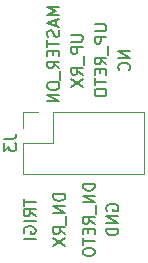
<source format=gbo>
%TF.GenerationSoftware,KiCad,Pcbnew,5.1.7-a382d34a8~88~ubuntu18.04.1*%
%TF.CreationDate,2021-10-30T16:32:31+02:00*%
%TF.ProjectId,main_pcb_adapter,6d61696e-5f70-4636-925f-616461707465,rev?*%
%TF.SameCoordinates,PX5f5e100PY6b49d20*%
%TF.FileFunction,Legend,Bot*%
%TF.FilePolarity,Positive*%
%FSLAX46Y46*%
G04 Gerber Fmt 4.6, Leading zero omitted, Abs format (unit mm)*
G04 Created by KiCad (PCBNEW 5.1.7-a382d34a8~88~ubuntu18.04.1) date 2021-10-30 16:32:31*
%MOMM*%
%LPD*%
G01*
G04 APERTURE LIST*
%ADD10C,0.150000*%
%ADD11C,0.120000*%
G04 APERTURE END LIST*
D10*
X3952380Y7785715D02*
X2952380Y7785715D01*
X3952380Y7214286D01*
X2952380Y7214286D01*
X3857142Y6166667D02*
X3904761Y6214286D01*
X3952380Y6357143D01*
X3952380Y6452381D01*
X3904761Y6595239D01*
X3809523Y6690477D01*
X3714285Y6738096D01*
X3523809Y6785715D01*
X3380952Y6785715D01*
X3190476Y6738096D01*
X3095238Y6690477D01*
X3000000Y6595239D01*
X2952380Y6452381D01*
X2952380Y6357143D01*
X3000000Y6214286D01*
X3047619Y6166667D01*
X952380Y10023810D02*
X1761904Y10023810D01*
X1857142Y9976191D01*
X1904761Y9928572D01*
X1952380Y9833334D01*
X1952380Y9642858D01*
X1904761Y9547620D01*
X1857142Y9500000D01*
X1761904Y9452381D01*
X952380Y9452381D01*
X1952380Y8976191D02*
X952380Y8976191D01*
X952380Y8595239D01*
X1000000Y8500000D01*
X1047619Y8452381D01*
X1142857Y8404762D01*
X1285714Y8404762D01*
X1380952Y8452381D01*
X1428571Y8500000D01*
X1476190Y8595239D01*
X1476190Y8976191D01*
X2047619Y8214286D02*
X2047619Y7452381D01*
X1952380Y6642858D02*
X1476190Y6976191D01*
X1952380Y7214286D02*
X952380Y7214286D01*
X952380Y6833334D01*
X1000000Y6738096D01*
X1047619Y6690477D01*
X1142857Y6642858D01*
X1285714Y6642858D01*
X1380952Y6690477D01*
X1428571Y6738096D01*
X1476190Y6833334D01*
X1476190Y7214286D01*
X1428571Y6214286D02*
X1428571Y5880953D01*
X1952380Y5738096D02*
X1952380Y6214286D01*
X952380Y6214286D01*
X952380Y5738096D01*
X952380Y5452381D02*
X952380Y4880953D01*
X1952380Y5166667D02*
X952380Y5166667D01*
X952380Y4357143D02*
X952380Y4166667D01*
X1000000Y4071429D01*
X1095238Y3976191D01*
X1285714Y3928572D01*
X1619047Y3928572D01*
X1809523Y3976191D01*
X1904761Y4071429D01*
X1952380Y4166667D01*
X1952380Y4357143D01*
X1904761Y4452381D01*
X1809523Y4547620D01*
X1619047Y4595239D01*
X1285714Y4595239D01*
X1095238Y4547620D01*
X1000000Y4452381D01*
X952380Y4357143D01*
X-1047620Y9142858D02*
X-238096Y9142858D01*
X-142858Y9095239D01*
X-95239Y9047620D01*
X-47620Y8952381D01*
X-47620Y8761905D01*
X-95239Y8666667D01*
X-142858Y8619048D01*
X-238096Y8571429D01*
X-1047620Y8571429D01*
X-47620Y8095239D02*
X-1047620Y8095239D01*
X-1047620Y7714286D01*
X-1000000Y7619048D01*
X-952381Y7571429D01*
X-857143Y7523810D01*
X-714286Y7523810D01*
X-619048Y7571429D01*
X-571429Y7619048D01*
X-523810Y7714286D01*
X-523810Y8095239D01*
X47619Y7333334D02*
X47619Y6571429D01*
X-47620Y5761905D02*
X-523810Y6095239D01*
X-47620Y6333334D02*
X-1047620Y6333334D01*
X-1047620Y5952381D01*
X-1000000Y5857143D01*
X-952381Y5809524D01*
X-857143Y5761905D01*
X-714286Y5761905D01*
X-619048Y5809524D01*
X-571429Y5857143D01*
X-523810Y5952381D01*
X-523810Y6333334D01*
X-1047620Y5428572D02*
X-47620Y4761905D01*
X-1047620Y4761905D02*
X-47620Y5428572D01*
X-2047620Y11500000D02*
X-3047620Y11500000D01*
X-2333334Y11166667D01*
X-3047620Y10833334D01*
X-2047620Y10833334D01*
X-2333334Y10404762D02*
X-2333334Y9928572D01*
X-2047620Y10500000D02*
X-3047620Y10166667D01*
X-2047620Y9833334D01*
X-2095239Y9547620D02*
X-2047620Y9404762D01*
X-2047620Y9166667D01*
X-2095239Y9071429D01*
X-2142858Y9023810D01*
X-2238096Y8976191D01*
X-2333334Y8976191D01*
X-2428572Y9023810D01*
X-2476191Y9071429D01*
X-2523810Y9166667D01*
X-2571429Y9357143D01*
X-2619048Y9452381D01*
X-2666667Y9500000D01*
X-2761905Y9547620D01*
X-2857143Y9547620D01*
X-2952381Y9500000D01*
X-3000000Y9452381D01*
X-3047620Y9357143D01*
X-3047620Y9119048D01*
X-3000000Y8976191D01*
X-3047620Y8690477D02*
X-3047620Y8119048D01*
X-2047620Y8404762D02*
X-3047620Y8404762D01*
X-2571429Y7785715D02*
X-2571429Y7452381D01*
X-2047620Y7309524D02*
X-2047620Y7785715D01*
X-3047620Y7785715D01*
X-3047620Y7309524D01*
X-2047620Y6309524D02*
X-2523810Y6642858D01*
X-2047620Y6880953D02*
X-3047620Y6880953D01*
X-3047620Y6500000D01*
X-3000000Y6404762D01*
X-2952381Y6357143D01*
X-2857143Y6309524D01*
X-2714286Y6309524D01*
X-2619048Y6357143D01*
X-2571429Y6404762D01*
X-2523810Y6500000D01*
X-2523810Y6880953D01*
X-1952381Y6119048D02*
X-1952381Y5357143D01*
X-3047620Y4928572D02*
X-3047620Y4738096D01*
X-3000000Y4642858D01*
X-2904762Y4547620D01*
X-2714286Y4500000D01*
X-2380953Y4500000D01*
X-2190477Y4547620D01*
X-2095239Y4642858D01*
X-2047620Y4738096D01*
X-2047620Y4928572D01*
X-2095239Y5023810D01*
X-2190477Y5119048D01*
X-2380953Y5166667D01*
X-2714286Y5166667D01*
X-2904762Y5119048D01*
X-3000000Y5023810D01*
X-3047620Y4928572D01*
X-2047620Y4071429D02*
X-3047620Y4071429D01*
X-2047620Y3500000D01*
X-3047620Y3500000D01*
X2000000Y-5738095D02*
X1952380Y-5642857D01*
X1952380Y-5500000D01*
X2000000Y-5357142D01*
X2095238Y-5261904D01*
X2190476Y-5214285D01*
X2380952Y-5166666D01*
X2523809Y-5166666D01*
X2714285Y-5214285D01*
X2809523Y-5261904D01*
X2904761Y-5357142D01*
X2952380Y-5500000D01*
X2952380Y-5595238D01*
X2904761Y-5738095D01*
X2857142Y-5785714D01*
X2523809Y-5785714D01*
X2523809Y-5595238D01*
X2952380Y-6214285D02*
X1952380Y-6214285D01*
X2952380Y-6785714D01*
X1952380Y-6785714D01*
X2952380Y-7261904D02*
X1952380Y-7261904D01*
X1952380Y-7500000D01*
X2000000Y-7642857D01*
X2095238Y-7738095D01*
X2190476Y-7785714D01*
X2380952Y-7833333D01*
X2523809Y-7833333D01*
X2714285Y-7785714D01*
X2809523Y-7738095D01*
X2904761Y-7642857D01*
X2952380Y-7500000D01*
X2952380Y-7261904D01*
X952380Y-3476190D02*
X-47620Y-3476190D01*
X-47620Y-3714285D01*
X0Y-3857142D01*
X95238Y-3952380D01*
X190476Y-4000000D01*
X380952Y-4047619D01*
X523809Y-4047619D01*
X714285Y-4000000D01*
X809523Y-3952380D01*
X904761Y-3857142D01*
X952380Y-3714285D01*
X952380Y-3476190D01*
X952380Y-4476190D02*
X-47620Y-4476190D01*
X952380Y-5047619D01*
X-47620Y-5047619D01*
X1047619Y-5285714D02*
X1047619Y-6047619D01*
X952380Y-6857142D02*
X476190Y-6523809D01*
X952380Y-6285714D02*
X-47620Y-6285714D01*
X-47620Y-6666666D01*
X0Y-6761904D01*
X47619Y-6809523D01*
X142857Y-6857142D01*
X285714Y-6857142D01*
X380952Y-6809523D01*
X428571Y-6761904D01*
X476190Y-6666666D01*
X476190Y-6285714D01*
X428571Y-7285714D02*
X428571Y-7619047D01*
X952380Y-7761904D02*
X952380Y-7285714D01*
X-47620Y-7285714D01*
X-47620Y-7761904D01*
X-47620Y-8047619D02*
X-47620Y-8619047D01*
X952380Y-8333333D02*
X-47620Y-8333333D01*
X-47620Y-9142857D02*
X-47620Y-9333333D01*
X0Y-9428571D01*
X95238Y-9523809D01*
X285714Y-9571428D01*
X619047Y-9571428D01*
X809523Y-9523809D01*
X904761Y-9428571D01*
X952380Y-9333333D01*
X952380Y-9142857D01*
X904761Y-9047619D01*
X809523Y-8952380D01*
X619047Y-8904761D01*
X285714Y-8904761D01*
X95238Y-8952380D01*
X0Y-9047619D01*
X-47620Y-9142857D01*
X-1547620Y-4357142D02*
X-2547620Y-4357142D01*
X-2547620Y-4595238D01*
X-2500000Y-4738095D01*
X-2404762Y-4833333D01*
X-2309524Y-4880952D01*
X-2119048Y-4928571D01*
X-1976191Y-4928571D01*
X-1785715Y-4880952D01*
X-1690477Y-4833333D01*
X-1595239Y-4738095D01*
X-1547620Y-4595238D01*
X-1547620Y-4357142D01*
X-1547620Y-5357142D02*
X-2547620Y-5357142D01*
X-1547620Y-5928571D01*
X-2547620Y-5928571D01*
X-1452381Y-6166666D02*
X-1452381Y-6928571D01*
X-1547620Y-7738095D02*
X-2023810Y-7404761D01*
X-1547620Y-7166666D02*
X-2547620Y-7166666D01*
X-2547620Y-7547619D01*
X-2500000Y-7642857D01*
X-2452381Y-7690476D01*
X-2357143Y-7738095D01*
X-2214286Y-7738095D01*
X-2119048Y-7690476D01*
X-2071429Y-7642857D01*
X-2023810Y-7547619D01*
X-2023810Y-7166666D01*
X-2547620Y-8071428D02*
X-1547620Y-8738095D01*
X-2547620Y-8738095D02*
X-1547620Y-8071428D01*
X-5047620Y-4738095D02*
X-5047620Y-5309523D01*
X-4047620Y-5023809D02*
X-5047620Y-5023809D01*
X-4047620Y-6214285D02*
X-4523810Y-5880952D01*
X-4047620Y-5642857D02*
X-5047620Y-5642857D01*
X-5047620Y-6023809D01*
X-5000000Y-6119047D01*
X-4952381Y-6166666D01*
X-4857143Y-6214285D01*
X-4714286Y-6214285D01*
X-4619048Y-6166666D01*
X-4571429Y-6119047D01*
X-4523810Y-6023809D01*
X-4523810Y-5642857D01*
X-4047620Y-6642857D02*
X-5047620Y-6642857D01*
X-5000000Y-7642857D02*
X-5047620Y-7547619D01*
X-5047620Y-7404761D01*
X-5000000Y-7261904D01*
X-4904762Y-7166666D01*
X-4809524Y-7119047D01*
X-4619048Y-7071428D01*
X-4476191Y-7071428D01*
X-4285715Y-7119047D01*
X-4190477Y-7166666D01*
X-4095239Y-7261904D01*
X-4047620Y-7404761D01*
X-4047620Y-7500000D01*
X-4095239Y-7642857D01*
X-4142858Y-7690476D01*
X-4476191Y-7690476D01*
X-4476191Y-7500000D01*
X-4047620Y-8119047D02*
X-5047620Y-8119047D01*
D11*
%TO.C,J3*%
X5140000Y2600000D02*
X5140000Y-2600000D01*
X-2540000Y2600000D02*
X5140000Y2600000D01*
X-5140000Y-2600000D02*
X5140000Y-2600000D01*
X-2540000Y2600000D02*
X-2540000Y0D01*
X-2540000Y0D02*
X-5140000Y0D01*
X-5140000Y0D02*
X-5140000Y-2600000D01*
X-3810000Y2600000D02*
X-5140000Y2600000D01*
X-5140000Y2600000D02*
X-5140000Y1270000D01*
D10*
X-6687620Y333334D02*
X-5973334Y333334D01*
X-5830477Y380953D01*
X-5735239Y476191D01*
X-5687620Y619048D01*
X-5687620Y714286D01*
X-6687620Y-47619D02*
X-6687620Y-666666D01*
X-6306667Y-333333D01*
X-6306667Y-476190D01*
X-6259048Y-571428D01*
X-6211429Y-619047D01*
X-6116191Y-666666D01*
X-5878096Y-666666D01*
X-5782858Y-619047D01*
X-5735239Y-571428D01*
X-5687620Y-476190D01*
X-5687620Y-190476D01*
X-5735239Y-95238D01*
X-5782858Y-47619D01*
%TD*%
M02*

</source>
